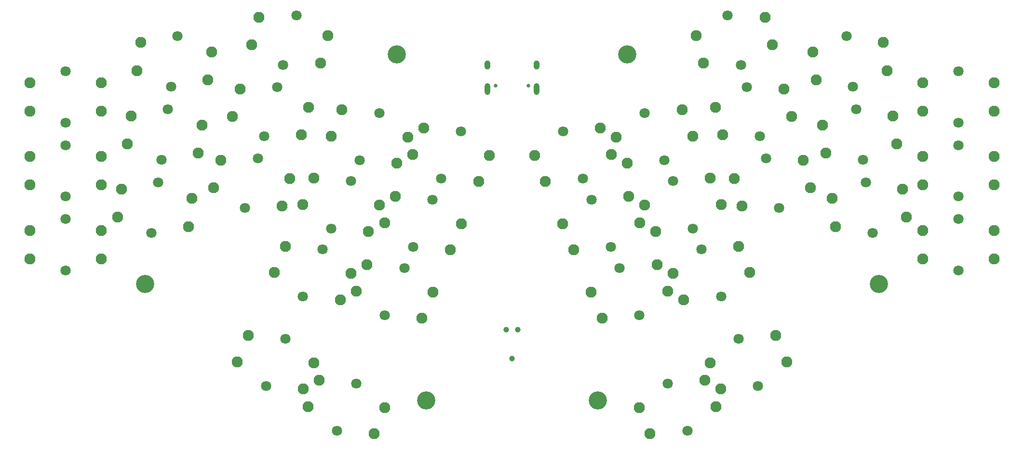
<source format=gbr>
%TF.GenerationSoftware,KiCad,Pcbnew,8.0.8-8.0.8-0~ubuntu22.04.1*%
%TF.CreationDate,2025-02-01T01:24:59+00:00*%
%TF.ProjectId,miniwing,6d696e69-7769-46e6-972e-6b696361645f,1*%
%TF.SameCoordinates,Original*%
%TF.FileFunction,Soldermask,Top*%
%TF.FilePolarity,Negative*%
%FSLAX46Y46*%
G04 Gerber Fmt 4.6, Leading zero omitted, Abs format (unit mm)*
G04 Created by KiCad (PCBNEW 8.0.8-8.0.8-0~ubuntu22.04.1) date 2025-02-01 01:24:59*
%MOMM*%
%LPD*%
G01*
G04 APERTURE LIST*
%ADD10C,3.200000*%
%ADD11C,1.800000*%
%ADD12C,1.950000*%
%ADD13C,0.650000*%
%ADD14O,1.000000X1.600000*%
%ADD15O,1.000000X2.100000*%
%ADD16C,0.990600*%
G04 APERTURE END LIST*
D10*
%TO.C,H6*%
X85402219Y-99760079D03*
%TD*%
%TO.C,H5*%
X134832429Y-120245290D03*
%TD*%
%TO.C,H4*%
X164906645Y-120245671D03*
%TD*%
%TO.C,H3*%
X214335794Y-99760342D03*
%TD*%
%TO.C,H2*%
X170132812Y-59357029D03*
%TD*%
%TO.C,H1*%
X129606220Y-59356769D03*
%TD*%
D11*
%TO.C,S11*%
X71458360Y-75370088D03*
X71458360Y-84370089D03*
D12*
X65208360Y-77370088D03*
X77709359Y-77370088D03*
X65208360Y-82370088D03*
X77709360Y-82370088D03*
%TD*%
D11*
%TO.C,S3*%
X112010819Y-52571544D03*
X109681447Y-61264876D03*
D12*
X105456146Y-52885777D03*
X117531183Y-56121273D03*
X104162050Y-57715405D03*
X116237088Y-60950902D03*
%TD*%
D11*
%TO.C,S12*%
X89448530Y-69025290D03*
X88273795Y-77948293D03*
D12*
X82990948Y-70192390D03*
X95385000Y-71824098D03*
X82338317Y-75149614D03*
X94732369Y-76781323D03*
%TD*%
D11*
%TO.C,S14*%
X121577736Y-81687932D03*
X118133585Y-90002849D03*
D12*
X115038122Y-81143921D03*
X126587540Y-85927847D03*
X113124704Y-85763319D03*
X124674122Y-90547244D03*
%TD*%
D11*
%TO.C,S30*%
X228279636Y-88370086D03*
X228279636Y-97370087D03*
D12*
X222029636Y-90370087D03*
X234530636Y-90370087D03*
X222029636Y-95370087D03*
X234530636Y-95370086D03*
%TD*%
D11*
%TO.C,S27*%
X183135300Y-93699133D03*
X186579451Y-102014050D03*
D12*
X178126419Y-97938663D03*
X189675837Y-93154738D03*
X180039837Y-102558061D03*
X191589255Y-97774135D03*
%TD*%
D11*
%TO.C,S17*%
X178160415Y-81688699D03*
X181604566Y-90003616D03*
D12*
X173151534Y-85928229D03*
X184700952Y-81144304D03*
X175064952Y-90547627D03*
X186614370Y-85763701D03*
%TD*%
D11*
%TO.C,S2*%
X91145370Y-56136506D03*
X89970635Y-65059509D03*
D12*
X84687788Y-57303606D03*
X97081840Y-58935314D03*
X84035157Y-62260830D03*
X96429209Y-63892539D03*
%TD*%
D11*
%TO.C,S7*%
X173185530Y-69678265D03*
X176629681Y-77993182D03*
D12*
X168176649Y-73917795D03*
X179726067Y-69133870D03*
X170090067Y-78537193D03*
X181639485Y-73753267D03*
%TD*%
D11*
%TO.C,S23*%
X105281523Y-77685613D03*
X102952151Y-86378945D03*
D12*
X98726850Y-77999846D03*
X110801887Y-81235342D03*
X97432754Y-82829474D03*
X109507792Y-86064971D03*
%TD*%
D11*
%TO.C,S10*%
X228279637Y-62370086D03*
X228279637Y-71370087D03*
D12*
X222029637Y-64370087D03*
X234530637Y-64370087D03*
X222029637Y-69370087D03*
X234530637Y-69370086D03*
%TD*%
D11*
%TO.C,S26*%
X168782338Y-96938344D03*
X172226489Y-105253261D03*
D12*
X163773457Y-101177874D03*
X175322875Y-96393949D03*
X165686875Y-105797272D03*
X177236293Y-101013346D03*
%TD*%
D11*
%TO.C,S15*%
X135930698Y-84927143D03*
X132486547Y-93242060D03*
D12*
X129391084Y-84383132D03*
X140940502Y-89167058D03*
X127477666Y-89002530D03*
X139027084Y-93786455D03*
%TD*%
D11*
%TO.C,S8*%
X187727247Y-52572061D03*
X190056619Y-61265393D03*
D12*
X182207850Y-56121532D03*
X194282888Y-52886035D03*
X183501945Y-60951160D03*
X195576983Y-57715664D03*
%TD*%
D11*
%TO.C,S22*%
X87751689Y-81914073D03*
X86576954Y-90837076D03*
D12*
X81294107Y-83081173D03*
X93688159Y-84712881D03*
X80641476Y-88038397D03*
X93035528Y-89670106D03*
%TD*%
D11*
%TO.C,S20*%
X228279637Y-75370086D03*
X228279637Y-84370087D03*
D12*
X222029637Y-77370087D03*
X234530637Y-77370087D03*
X222029637Y-82370087D03*
X234530637Y-82370086D03*
%TD*%
D11*
%TO.C,S9*%
X209767379Y-65059771D03*
X208592645Y-56136767D03*
D12*
X202657167Y-58935446D03*
X215051219Y-57303737D03*
X203309798Y-63892670D03*
X215703850Y-62260961D03*
%TD*%
D11*
%TO.C,S1*%
X71458360Y-62370089D03*
X71458360Y-71370090D03*
D12*
X65208360Y-64370089D03*
X77709359Y-64370089D03*
X65208360Y-69370089D03*
X77709360Y-69370089D03*
%TD*%
D11*
%TO.C,S21*%
X71458362Y-88370087D03*
X71458362Y-97370088D03*
D12*
X65208362Y-90370087D03*
X77709361Y-90370087D03*
X65208362Y-95370087D03*
X77709362Y-95370087D03*
%TD*%
D11*
%TO.C,S25*%
X130955813Y-96937577D03*
X127511662Y-105252494D03*
D12*
X124416199Y-96393566D03*
X135965617Y-101177492D03*
X122502781Y-101012964D03*
X134052199Y-105796889D03*
%TD*%
D11*
%TO.C,S31*%
X110097233Y-109404318D03*
X106653082Y-117719235D03*
D12*
X103557619Y-108860307D03*
X115107037Y-113644233D03*
X101644201Y-113479705D03*
X113193619Y-118263630D03*
%TD*%
D11*
%TO.C,S18*%
X191091895Y-65129096D03*
X193421267Y-73822428D03*
D12*
X185572498Y-68678567D03*
X197647536Y-65443070D03*
X186866593Y-73508195D03*
X198941631Y-70272699D03*
%TD*%
D11*
%TO.C,S28*%
X194456543Y-77686131D03*
X196785915Y-86379463D03*
D12*
X188937146Y-81235602D03*
X201012184Y-78000105D03*
X190231241Y-86065230D03*
X202306279Y-82829734D03*
%TD*%
D11*
%TO.C,S19*%
X211464219Y-77948555D03*
X210289485Y-69025551D03*
D12*
X204354007Y-71824230D03*
X216748059Y-70192521D03*
X205006638Y-76781454D03*
X217400690Y-75149745D03*
%TD*%
D11*
%TO.C,S5*%
X140905582Y-72916709D03*
X137461431Y-81231626D03*
D12*
X134365968Y-72372698D03*
X145915386Y-77156624D03*
X132452550Y-76992096D03*
X144001968Y-81776021D03*
%TD*%
D11*
%TO.C,S32*%
X122536778Y-117262927D03*
X119092627Y-125577844D03*
D12*
X115997164Y-116718916D03*
X127546582Y-121502842D03*
X114083746Y-121338314D03*
X125633164Y-126122239D03*
%TD*%
D11*
%TO.C,S6*%
X158832569Y-72917476D03*
X162276720Y-81232393D03*
D12*
X153823688Y-77157006D03*
X165373106Y-72373081D03*
X155737106Y-81776404D03*
X167286524Y-76992478D03*
%TD*%
D11*
%TO.C,S34*%
X189640918Y-109405085D03*
X193085069Y-117720002D03*
D12*
X184632037Y-113644615D03*
X196181455Y-108860690D03*
X186545455Y-118264013D03*
X198094873Y-113480087D03*
%TD*%
D11*
%TO.C,S13*%
X108646171Y-65128578D03*
X106316799Y-73821910D03*
D12*
X102091498Y-65442811D03*
X114166535Y-68678307D03*
X100797402Y-70272439D03*
X112872440Y-73507936D03*
%TD*%
D11*
%TO.C,S16*%
X163807453Y-84927910D03*
X167251604Y-93242827D03*
D12*
X158798572Y-89167440D03*
X170347990Y-84383515D03*
X160711990Y-93786838D03*
X172261408Y-89002912D03*
%TD*%
%TO.C,S4*%
X129649007Y-78536810D03*
X118099589Y-73752885D03*
X131562425Y-73917413D03*
X120013007Y-69133487D03*
D11*
X123108470Y-77992415D03*
X126552621Y-69677498D03*
%TD*%
%TO.C,S29*%
X213161060Y-90837338D03*
X211986326Y-81914334D03*
D12*
X206050848Y-84713013D03*
X218444900Y-83081304D03*
X206703479Y-89670237D03*
X219097531Y-88038528D03*
%TD*%
D11*
%TO.C,S33*%
X177201373Y-117263694D03*
X180645524Y-125578611D03*
D12*
X172192492Y-121503224D03*
X183741910Y-116719299D03*
X174105910Y-126122622D03*
X185655328Y-121338696D03*
%TD*%
D11*
%TO.C,S24*%
X116602850Y-93698366D03*
X113158699Y-102013283D03*
D12*
X110063236Y-93154355D03*
X121612654Y-97938281D03*
X108149818Y-97773753D03*
X119699236Y-102557678D03*
%TD*%
D13*
%TO.C,J1*%
X146980000Y-64917500D03*
X152760000Y-64917500D03*
D14*
X145550000Y-61267500D03*
D15*
X145550000Y-65447500D03*
D14*
X154190000Y-61267500D03*
D15*
X154190000Y-65447500D03*
%TD*%
D16*
%TO.C,J3*%
X149870000Y-112857500D03*
X148854000Y-107777500D03*
X150886000Y-107777500D03*
%TD*%
M02*

</source>
